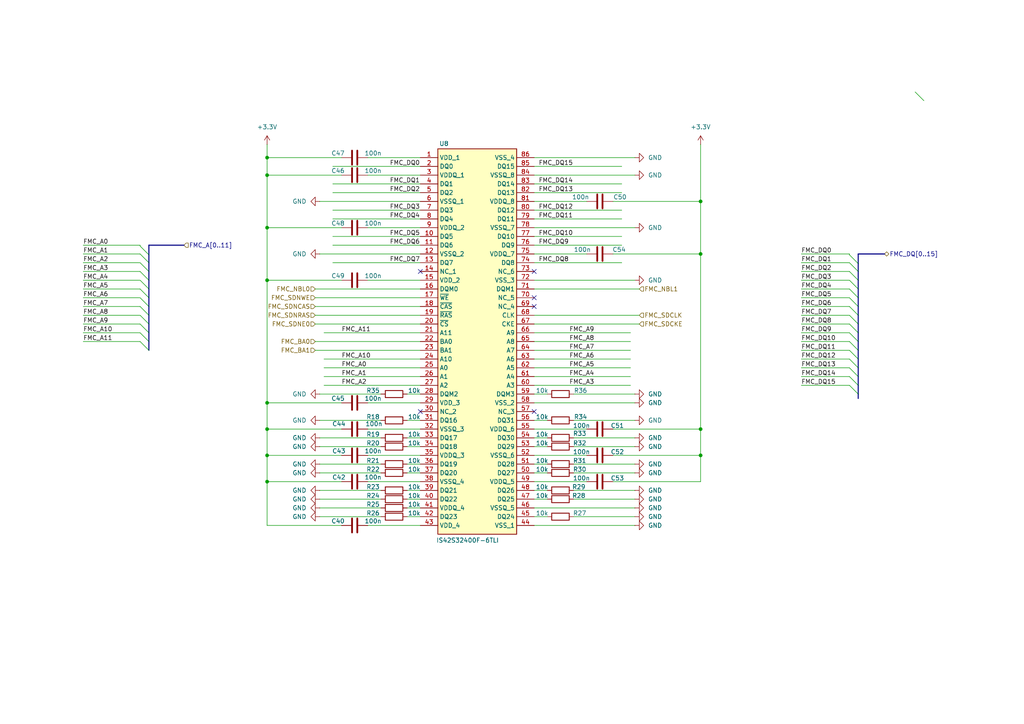
<source format=kicad_sch>
(kicad_sch (version 20231120) (generator "eeschema") (generator_version "8.0")
  (paper "A4")
  (lib_symbols
    (symbol "Device:C" (pin_numbers hide) (pin_names (offset 0.254))
      (property "Reference" "C" (at 0.635 2.54 0))
      (property "Value" "C" (at 0.635 -2.54 0))
      (symbol "C_0_1"
        (polyline (pts (xy -2.032 -0.762) (xy 2.032 -0.762)) (stroke (width 0.508)))
        (polyline (pts (xy -2.032 0.762) (xy 2.032 0.762)) (stroke (width 0.508)))
      )
      (symbol "C_1_1"
        (pin passive line (at 0 3.81 270) (length 2.794) (name "~") (number "1"))
        (pin passive line (at 0 -3.81 90) (length 2.794) (name "~") (number "2"))
      )
    )
    (symbol "Device:R" (pin_numbers hide) (pin_names (offset 0))
      (property "Reference" "R" (at 2.032 0 90))
      (property "Value" "R" (at 0 0 90))
      (symbol "R_0_1"
        (rectangle (start -1.016 -2.54) (end 1.016 2.54) (stroke (width 0.254)))
      )
      (symbol "R_1_1"
        (pin passive line (at 0 3.81 270) (length 1.27) (name "~") (number "1"))
        (pin passive line (at 0 -3.81 90) (length 1.27) (name "~") (number "2"))
      )
    )
    (symbol "UniversalRemoteControllerLibary:IS42S32400F-6TLI"
      (property "Reference" "U" (at 29.21 7.62 0))
      (property "Value" "IS42S32400F-6TLI" (at 29.21 5.08 0))
      (property "OrderCode" "870-IS42S32400F-6TLI" (at 0 0 0))
      (property "Distributor" "Mouser" (at 0 0 0))
      (symbol "IS42S32400F-6TLI_1_1"
        (rectangle (start 5.08 2.54) (end 27.94 -109.22) (stroke (width 0.254)) (fill (type background)))
        (pin passive line (at 0 0 0) (length 5.08) (name "VDD_1") (number "1"))
        (pin passive line (at 0 -22.86 0) (length 5.08) (name "DQ5") (number "10"))
        (pin passive line (at 0 -25.4 0) (length 5.08) (name "DQ6") (number "11"))
        (pin passive line (at 0 -27.94 0) (length 5.08) (name "VSSQ_2") (number "12"))
        (pin passive line (at 0 -30.48 0) (length 5.08) (name "DQ7") (number "13"))
        (pin passive line (at 0 -33.02 0) (length 5.08) (name "NC_1") (number "14"))
        (pin passive line (at 0 -35.56 0) (length 5.08) (name "VDD_2") (number "15"))
        (pin passive line (at 0 -38.1 0) (length 5.08) (name "DQM0") (number "16"))
        (pin passive line (at 0 -40.64 0) (length 5.08) (name "~{WE}") (number "17"))
        (pin passive line (at 0 -43.18 0) (length 5.08) (name "~{CAS}") (number "18"))
        (pin passive line (at 0 -45.72 0) (length 5.08) (name "~{RAS}") (number "19"))
        (pin passive line (at 0 -2.54 0) (length 5.08) (name "DQ0") (number "2"))
        (pin passive line (at 0 -48.26 0) (length 5.08) (name "~{CS}") (number "20"))
        (pin passive line (at 0 -50.8 0) (length 5.08) (name "A11") (number "21"))
        (pin passive line (at 0 -53.34 0) (length 5.08) (name "BA0") (number "22"))
        (pin passive line (at 0 -55.88 0) (length 5.08) (name "BA1") (number "23"))
        (pin passive line (at 0 -58.42 0) (length 5.08) (name "A10") (number "24"))
        (pin passive line (at 0 -60.96 0) (length 5.08) (name "A0") (number "25"))
        (pin passive line (at 0 -63.5 0) (length 5.08) (name "A1") (number "26"))
        (pin passive line (at 0 -66.04 0) (length 5.08) (name "A2") (number "27"))
        (pin passive line (at 0 -68.58 0) (length 5.08) (name "DQM2") (number "28"))
        (pin passive line (at 0 -71.12 0) (length 5.08) (name "VDD_3") (number "29"))
        (pin passive line (at 0 -5.08 0) (length 5.08) (name "VDDQ_1") (number "3"))
        (pin passive line (at 0 -73.66 0) (length 5.08) (name "NC_2") (number "30"))
        (pin passive line (at 0 -76.2 0) (length 5.08) (name "DQ16") (number "31"))
        (pin passive line (at 0 -78.74 0) (length 5.08) (name "VSSQ_3") (number "32"))
        (pin passive line (at 0 -81.28 0) (length 5.08) (name "DQ17") (number "33"))
        (pin passive line (at 0 -83.82 0) (length 5.08) (name "DQ18") (number "34"))
        (pin passive line (at 0 -86.36 0) (length 5.08) (name "VDDQ_3") (number "35"))
        (pin passive line (at 0 -88.9 0) (length 5.08) (name "DQ19") (number "36"))
        (pin passive line (at 0 -91.44 0) (length 5.08) (name "DQ20") (number "37"))
        (pin passive line (at 0 -93.98 0) (length 5.08) (name "VSSQ_4") (number "38"))
        (pin passive line (at 0 -96.52 0) (length 5.08) (name "DQ21") (number "39"))
        (pin passive line (at 0 -7.62 0) (length 5.08) (name "DQ1") (number "4"))
        (pin passive line (at 0 -99.06 0) (length 5.08) (name "DQ22") (number "40"))
        (pin passive line (at 0 -101.6 0) (length 5.08) (name "VDDQ_4") (number "41"))
        (pin passive line (at 0 -104.14 0) (length 5.08) (name "DQ23") (number "42"))
        (pin passive line (at 0 -106.68 0) (length 5.08) (name "VDD_4") (number "43"))
        (pin passive line (at 33.02 -106.68 180) (length 5.08) (name "VSS_1") (number "44"))
        (pin passive line (at 33.02 -104.14 180) (length 5.08) (name "DQ24") (number "45"))
        (pin passive line (at 33.02 -101.6 180) (length 5.08) (name "VSSQ_5") (number "46"))
        (pin passive line (at 33.02 -99.06 180) (length 5.08) (name "DQ25") (number "47"))
        (pin passive line (at 33.02 -96.52 180) (length 5.08) (name "DQ26") (number "48"))
        (pin passive line (at 33.02 -93.98 180) (length 5.08) (name "VDDQ_5") (number "49"))
        (pin passive line (at 0 -10.16 0) (length 5.08) (name "DQ2") (number "5"))
        (pin passive line (at 33.02 -91.44 180) (length 5.08) (name "DQ27") (number "50"))
        (pin passive line (at 33.02 -88.9 180) (length 5.08) (name "DQ28") (number "51"))
        (pin passive line (at 33.02 -86.36 180) (length 5.08) (name "VSSQ_6") (number "52"))
        (pin passive line (at 33.02 -83.82 180) (length 5.08) (name "DQ29") (number "53"))
        (pin passive line (at 33.02 -81.28 180) (length 5.08) (name "DQ30") (number "54"))
        (pin passive line (at 33.02 -78.74 180) (length 5.08) (name "VDDQ_6") (number "55"))
        (pin passive line (at 33.02 -76.2 180) (length 5.08) (name "DQ31") (number "56"))
        (pin passive line (at 33.02 -73.66 180) (length 5.08) (name "NC_3") (number "57"))
        (pin passive line (at 33.02 -71.12 180) (length 5.08) (name "VSS_2") (number "58"))
        (pin passive line (at 33.02 -68.58 180) (length 5.08) (name "DQM3") (number "59"))
        (pin passive line (at 0 -12.7 0) (length 5.08) (name "VSSQ_1") (number "6"))
        (pin passive line (at 33.02 -66.04 180) (length 5.08) (name "A3") (number "60"))
        (pin passive line (at 33.02 -63.5 180) (length 5.08) (name "A4") (number "61"))
        (pin passive line (at 33.02 -60.96 180) (length 5.08) (name "A5") (number "62"))
        (pin passive line (at 33.02 -58.42 180) (length 5.08) (name "A6") (number "63"))
        (pin passive line (at 33.02 -55.88 180) (length 5.08) (name "A7") (number "64"))
        (pin passive line (at 33.02 -53.34 180) (length 5.08) (name "A8") (number "65"))
        (pin passive line (at 33.02 -50.8 180) (length 5.08) (name "A9") (number "66"))
        (pin passive line (at 33.02 -48.26 180) (length 5.08) (name "CKE") (number "67"))
        (pin passive line (at 33.02 -45.72 180) (length 5.08) (name "CLK") (number "68"))
        (pin passive line (at 33.02 -43.18 180) (length 5.08) (name "NC_4") (number "69"))
        (pin passive line (at 0 -15.24 0) (length 5.08) (name "DQ3") (number "7"))
        (pin passive line (at 33.02 -40.64 180) (length 5.08) (name "NC_5") (number "70"))
        (pin passive line (at 33.02 -38.1 180) (length 5.08) (name "DQM1") (number "71"))
        (pin passive line (at 33.02 -35.56 180) (length 5.08) (name "VSS_3") (number "72"))
        (pin passive line (at 33.02 -33.02 180) (length 5.08) (name "NC_6") (number "73"))
        (pin passive line (at 33.02 -30.48 180) (length 5.08) (name "DQ8") (number "74"))
        (pin passive line (at 33.02 -27.94 180) (length 5.08) (name "VDDQ_7") (number "75"))
        (pin passive line (at 33.02 -25.4 180) (length 5.08) (name "DQ9") (number "76"))
        (pin passive line (at 33.02 -22.86 180) (length 5.08) (name "DQ10") (number "77"))
        (pin passive line (at 33.02 -20.32 180) (length 5.08) (name "VSSQ_7") (number "78"))
        (pin passive line (at 33.02 -17.78 180) (length 5.08) (name "DQ11") (number "79"))
        (pin passive line (at 0 -17.78 0) (length 5.08) (name "DQ4") (number "8"))
        (pin passive line (at 33.02 -15.24 180) (length 5.08) (name "DQ12") (number "80"))
        (pin passive line (at 33.02 -12.7 180) (length 5.08) (name "VDDQ_8") (number "81"))
        (pin passive line (at 33.02 -10.16 180) (length 5.08) (name "DQ13") (number "82"))
        (pin passive line (at 33.02 -7.62 180) (length 5.08) (name "DQ14") (number "83"))
        (pin passive line (at 33.02 -5.08 180) (length 5.08) (name "VSSQ_8") (number "84"))
        (pin passive line (at 33.02 -2.54 180) (length 5.08) (name "DQ15") (number "85"))
        (pin passive line (at 33.02 0 180) (length 5.08) (name "VSS_4") (number "86"))
        (pin passive line (at 0 -20.32 0) (length 5.08) (name "VDDQ_2") (number "9"))
      )
    )
    (symbol "power:+3.3V" (power) (pin_numbers hide) (pin_names (offset 0) hide)
      (property "Value" "+3.3V" (at 0 3.556 0))
      (symbol "+3.3V_0_1"
        (polyline (pts (xy -0.762 1.27) (xy 0 2.54)))
        (polyline (pts (xy 0 0) (xy 0 2.54)))
        (polyline (pts (xy 0 2.54) (xy 0.762 1.27)))
      )
      (symbol "+3.3V_1_1"
        (pin power_in line (at 0 0 90) (length 0) (name "~") (number "1"))
      )
    )
    (symbol "power:GND" (power) (pin_numbers hide) (pin_names (offset 0) hide)
      (property "Value" "GND" (at 0 -3.81 0))
      (symbol "GND_0_1"
        (polyline (pts (xy 0 0) (xy 0 -1.27) (xy 1.27 -1.27) (xy 0 -2.54) (xy -1.27 -1.27) (xy 0 -1.27)))
      )
      (symbol "GND_1_1"
        (pin power_in line (at 0 0 270) (length 0) (name "~") (number "1"))
      )
    )
  )
  (junction (at 203.2 58.42))
  (junction (at 203.2 124.46))
  (junction (at 77.47 50.8))
  (junction (at 77.47 45.72))
  (junction (at 77.47 81.28))
  (junction (at 77.47 116.84))
  (junction (at 77.47 139.7))
  (junction (at 203.2 73.66))
  (junction (at 77.47 66.04))
  (junction (at 77.47 124.46))
  (junction (at 77.47 132.08))
  (junction (at 203.2 132.08))
  (no_connect (at 154.94 86.36))
  (no_connect (at 154.94 78.74))
  (no_connect (at 121.92 78.74))
  (no_connect (at 121.92 119.38))
  (no_connect (at 154.94 88.9))
  (no_connect (at 154.94 119.38))
  (bus_entry (at 43.18 78.74) (size -2.54 -2.54))
  (bus_entry (at 248.92 101.6) (size -2.54 -2.54))
  (bus_entry (at 43.18 81.28) (size -2.54 -2.54))
  (bus_entry (at 43.18 101.6) (size -2.54 -2.54))
  (bus_entry (at 248.92 88.9) (size -2.54 -2.54))
  (bus_entry (at 248.92 76.454) (size -2.54 -2.54))
  (bus_entry (at 248.92 106.68) (size -2.54 -2.54))
  (bus_entry (at 248.92 83.82) (size -2.54 -2.54))
  (bus_entry (at 43.18 76.2) (size -2.54 -2.54))
  (bus_entry (at 43.18 99.06) (size -2.54 -2.54))
  (bus_entry (at 248.92 78.74) (size -2.54 -2.54))
  (bus_entry (at 43.18 88.9) (size -2.54 -2.54))
  (bus_entry (at 248.92 99.06) (size -2.54 -2.54))
  (bus_entry (at 248.92 96.52) (size -2.54 -2.54))
  (bus_entry (at 43.18 73.914) (size -2.54 -2.54))
  (bus_entry (at 248.92 91.44) (size -2.54 -2.54))
  (bus_entry (at 43.18 91.44) (size -2.54 -2.54))
  (bus_entry (at 43.18 86.36) (size -2.54 -2.54))
  (bus_entry (at 248.92 81.28) (size -2.54 -2.54))
  (bus_entry (at 248.92 104.14) (size -2.54 -2.54))
  (bus_entry (at 248.92 114.3) (size -2.54 -2.54))
  (bus_entry (at 248.92 93.98) (size -2.54 -2.54))
  (bus_entry (at 265.43 26.67) (size 2.54 2.54))
  (bus_entry (at 43.18 83.82) (size -2.54 -2.54))
  (bus_entry (at 43.18 93.98) (size -2.54 -2.54))
  (bus_entry (at 248.92 86.36) (size -2.54 -2.54))
  (bus_entry (at 248.92 109.22) (size -2.54 -2.54))
  (bus_entry (at 248.92 111.76) (size -2.54 -2.54))
  (bus_entry (at 43.18 96.52) (size -2.54 -2.54))
  (wire (pts (xy 92.71 137.16) (xy 110.49 137.16)))
  (wire (pts (xy 106.68 132.08) (xy 121.92 132.08)))
  (wire (pts (xy 96.52 60.96) (xy 121.92 60.96)))
  (wire (pts (xy 77.47 66.04) (xy 99.06 66.04)))
  (wire (pts (xy 232.41 99.06) (xy 246.38 99.06)))
  (wire (pts (xy 232.41 86.36) (xy 246.38 86.36)))
  (wire (pts (xy 246.38 73.914) (xy 246.38 73.66)))
  (bus (pts (xy 248.92 104.14) (xy 248.92 106.68)))
  (bus (pts (xy 248.92 93.98) (xy 248.92 96.52)))
  (wire (pts (xy 91.44 91.44) (xy 121.92 91.44)))
  (bus (pts (xy 248.92 96.52) (xy 248.92 99.06)))
  (wire (pts (xy 170.18 58.42) (xy 154.94 58.42)))
  (bus (pts (xy 43.18 81.28) (xy 43.18 83.82)))
  (bus (pts (xy 248.92 83.82) (xy 248.92 86.36)))
  (wire (pts (xy 184.15 129.54) (xy 166.37 129.54)))
  (wire (pts (xy 96.52 55.88) (xy 121.92 55.88)))
  (wire (pts (xy 24.13 78.74) (xy 40.64 78.74)))
  (wire (pts (xy 106.68 139.7) (xy 121.92 139.7)))
  (wire (pts (xy 77.47 116.84) (xy 99.06 116.84)))
  (bus (pts (xy 43.18 93.98) (xy 43.18 96.52)))
  (bus (pts (xy 43.18 73.914) (xy 43.18 76.2)))
  (wire (pts (xy 232.41 111.76) (xy 246.38 111.76)))
  (wire (pts (xy 154.94 71.12) (xy 180.34 71.12)))
  (wire (pts (xy 154.94 106.68) (xy 182.88 106.68)))
  (bus (pts (xy 43.18 86.36) (xy 43.18 88.9)))
  (bus (pts (xy 248.92 109.22) (xy 248.92 111.76)))
  (wire (pts (xy 118.11 137.16) (xy 121.92 137.16)))
  (wire (pts (xy 177.8 58.42) (xy 203.2 58.42)))
  (wire (pts (xy 77.47 81.28) (xy 77.47 66.04)))
  (wire (pts (xy 77.47 50.8) (xy 99.06 50.8)))
  (bus (pts (xy 248.92 73.66) (xy 248.92 76.454)))
  (wire (pts (xy 77.47 81.28) (xy 99.06 81.28)))
  (wire (pts (xy 232.41 96.52) (xy 246.38 96.52)))
  (wire (pts (xy 158.75 137.16) (xy 154.94 137.16)))
  (bus (pts (xy 248.92 111.76) (xy 248.92 114.3)))
  (wire (pts (xy 92.71 147.32) (xy 110.49 147.32)))
  (wire (pts (xy 203.2 132.08) (xy 203.2 124.46)))
  (wire (pts (xy 158.75 149.86) (xy 154.94 149.86)))
  (wire (pts (xy 170.18 124.46) (xy 154.94 124.46)))
  (wire (pts (xy 93.98 106.68) (xy 121.92 106.68)))
  (wire (pts (xy 77.47 152.4) (xy 99.06 152.4)))
  (wire (pts (xy 77.47 139.7) (xy 77.47 132.08)))
  (wire (pts (xy 96.52 68.58) (xy 121.92 68.58)))
  (wire (pts (xy 24.13 88.9) (xy 40.64 88.9)))
  (wire (pts (xy 92.71 73.66) (xy 121.92 73.66)))
  (wire (pts (xy 77.47 124.46) (xy 77.47 116.84)))
  (wire (pts (xy 92.71 58.42) (xy 121.92 58.42)))
  (wire (pts (xy 177.8 73.66) (xy 203.2 73.66)))
  (wire (pts (xy 93.98 96.52) (xy 121.92 96.52)))
  (wire (pts (xy 96.52 63.5) (xy 121.92 63.5)))
  (wire (pts (xy 92.71 114.3) (xy 110.49 114.3)))
  (wire (pts (xy 158.75 121.92) (xy 154.94 121.92)))
  (wire (pts (xy 96.52 76.2) (xy 121.92 76.2)))
  (wire (pts (xy 93.98 109.22) (xy 121.92 109.22)))
  (wire (pts (xy 232.41 78.74) (xy 246.38 78.74)))
  (wire (pts (xy 118.11 147.32) (xy 121.92 147.32)))
  (wire (pts (xy 24.13 81.28) (xy 40.64 81.28)))
  (wire (pts (xy 232.41 76.2) (xy 246.38 76.2)))
  (wire (pts (xy 232.41 109.22) (xy 246.38 109.22)))
  (wire (pts (xy 106.68 66.04) (xy 121.92 66.04)))
  (wire (pts (xy 24.13 76.2) (xy 40.64 76.2)))
  (wire (pts (xy 118.11 144.78) (xy 121.92 144.78)))
  (wire (pts (xy 158.75 134.62) (xy 154.94 134.62)))
  (wire (pts (xy 184.15 149.86) (xy 166.37 149.86)))
  (wire (pts (xy 177.8 139.7) (xy 203.2 139.7)))
  (wire (pts (xy 96.52 48.26) (xy 121.92 48.26)))
  (bus (pts (xy 43.18 71.12) (xy 43.18 73.914)))
  (wire (pts (xy 91.44 88.9) (xy 121.92 88.9)))
  (wire (pts (xy 118.11 142.24) (xy 121.92 142.24)))
  (bus (pts (xy 248.92 99.06) (xy 248.92 101.6)))
  (wire (pts (xy 92.71 142.24) (xy 110.49 142.24)))
  (wire (pts (xy 106.68 81.28) (xy 121.92 81.28)))
  (wire (pts (xy 77.47 152.4) (xy 77.47 139.7)))
  (wire (pts (xy 77.47 45.72) (xy 77.47 41.91)))
  (wire (pts (xy 184.15 137.16) (xy 166.37 137.16)))
  (bus (pts (xy 248.92 86.36) (xy 248.92 88.9)))
  (wire (pts (xy 24.13 83.82) (xy 40.64 83.82)))
  (wire (pts (xy 92.71 127) (xy 110.49 127)))
  (bus (pts (xy 256.54 73.66) (xy 248.92 73.66)))
  (wire (pts (xy 77.47 139.7) (xy 99.06 139.7)))
  (wire (pts (xy 154.94 68.58) (xy 180.34 68.58)))
  (wire (pts (xy 118.11 129.54) (xy 121.92 129.54)))
  (wire (pts (xy 203.2 73.66) (xy 203.2 58.42)))
  (wire (pts (xy 158.75 127) (xy 154.94 127)))
  (wire (pts (xy 184.15 127) (xy 166.37 127)))
  (wire (pts (xy 203.2 139.7) (xy 203.2 132.08)))
  (wire (pts (xy 170.18 73.66) (xy 154.94 73.66)))
  (wire (pts (xy 154.94 116.84) (xy 184.15 116.84)))
  (wire (pts (xy 118.11 127) (xy 121.92 127)))
  (wire (pts (xy 92.71 129.54) (xy 110.49 129.54)))
  (wire (pts (xy 118.11 134.62) (xy 121.92 134.62)))
  (wire (pts (xy 106.68 50.8) (xy 121.92 50.8)))
  (bus (pts (xy 248.92 78.74) (xy 248.92 81.28)))
  (wire (pts (xy 106.68 152.4) (xy 121.92 152.4)))
  (wire (pts (xy 232.41 93.98) (xy 246.38 93.98)))
  (wire (pts (xy 154.94 152.4) (xy 184.15 152.4)))
  (wire (pts (xy 154.94 53.34) (xy 180.34 53.34)))
  (wire (pts (xy 232.41 73.66) (xy 246.38 73.66)))
  (wire (pts (xy 203.2 124.46) (xy 203.2 73.66)))
  (bus (pts (xy 43.18 83.82) (xy 43.18 86.36)))
  (wire (pts (xy 158.75 114.3) (xy 154.94 114.3)))
  (wire (pts (xy 154.94 93.98) (xy 185.42 93.98)))
  (wire (pts (xy 92.71 144.78) (xy 110.49 144.78)))
  (wire (pts (xy 77.47 132.08) (xy 99.06 132.08)))
  (wire (pts (xy 232.41 106.68) (xy 246.38 106.68)))
  (wire (pts (xy 91.44 93.98) (xy 121.92 93.98)))
  (wire (pts (xy 24.13 73.66) (xy 40.64 73.66)))
  (wire (pts (xy 24.13 71.12) (xy 40.64 71.12)))
  (bus (pts (xy 43.18 78.74) (xy 43.18 81.28)))
  (bus (pts (xy 248.92 76.454) (xy 248.92 78.74)))
  (wire (pts (xy 154.94 45.72) (xy 184.15 45.72)))
  (wire (pts (xy 24.13 96.52) (xy 40.64 96.52)))
  (wire (pts (xy 154.94 55.88) (xy 180.34 55.88)))
  (wire (pts (xy 93.98 104.14) (xy 121.92 104.14)))
  (wire (pts (xy 77.47 45.72) (xy 77.47 50.8)))
  (bus (pts (xy 43.18 88.9) (xy 43.18 91.44)))
  (wire (pts (xy 154.94 147.32) (xy 184.15 147.32)))
  (bus (pts (xy 248.92 88.9) (xy 248.92 91.44)))
  (wire (pts (xy 91.44 101.6) (xy 121.92 101.6)))
  (wire (pts (xy 96.52 71.12) (xy 121.92 71.12)))
  (wire (pts (xy 77.47 116.84) (xy 77.47 81.28)))
  (wire (pts (xy 40.64 71.374) (xy 40.64 71.12)))
  (bus (pts (xy 248.92 81.28) (xy 248.92 83.82)))
  (wire (pts (xy 77.47 124.46) (xy 99.06 124.46)))
  (wire (pts (xy 203.2 58.42) (xy 203.2 41.91)))
  (bus (pts (xy 43.18 96.52) (xy 43.18 99.06)))
  (bus (pts (xy 43.18 99.06) (xy 43.18 101.6)))
  (wire (pts (xy 154.94 109.22) (xy 182.88 109.22)))
  (wire (pts (xy 154.94 96.52) (xy 182.88 96.52)))
  (wire (pts (xy 154.94 50.8) (xy 184.15 50.8)))
  (wire (pts (xy 177.8 132.08) (xy 203.2 132.08)))
  (wire (pts (xy 158.75 129.54) (xy 154.94 129.54)))
  (wire (pts (xy 154.94 81.28) (xy 184.15 81.28)))
  (wire (pts (xy 118.11 149.86) (xy 121.92 149.86)))
  (wire (pts (xy 184.15 134.62) (xy 166.37 134.62)))
  (wire (pts (xy 77.47 132.08) (xy 77.47 124.46)))
  (wire (pts (xy 154.94 99.06) (xy 182.88 99.06)))
  (wire (pts (xy 154.94 111.76) (xy 182.88 111.76)))
  (wire (pts (xy 170.18 139.7) (xy 154.94 139.7)))
  (wire (pts (xy 106.68 116.84) (xy 121.92 116.84)))
  (wire (pts (xy 184.15 121.92) (xy 166.37 121.92)))
  (wire (pts (xy 96.52 53.34) (xy 121.92 53.34)))
  (wire (pts (xy 154.94 60.96) (xy 180.34 60.96)))
  (bus (pts (xy 248.92 114.3) (xy 248.92 115.57)))
  (bus (pts (xy 248.92 91.44) (xy 248.92 93.98)))
  (wire (pts (xy 92.71 134.62) (xy 110.49 134.62)))
  (wire (pts (xy 154.94 83.82) (xy 185.42 83.82)))
  (wire (pts (xy 184.15 114.3) (xy 166.37 114.3)))
  (wire (pts (xy 154.94 76.2) (xy 180.34 76.2)))
  (wire (pts (xy 232.41 91.44) (xy 246.38 91.44)))
  (bus (pts (xy 43.18 71.12) (xy 53.34 71.12)))
  (wire (pts (xy 232.41 101.6) (xy 246.38 101.6)))
  (wire (pts (xy 158.75 144.78) (xy 154.94 144.78)))
  (wire (pts (xy 24.13 93.98) (xy 40.64 93.98)))
  (wire (pts (xy 184.15 144.78) (xy 166.37 144.78)))
  (wire (pts (xy 24.13 91.44) (xy 40.64 91.44)))
  (wire (pts (xy 154.94 66.04) (xy 184.15 66.04)))
  (wire (pts (xy 91.44 86.36) (xy 121.92 86.36)))
  (wire (pts (xy 77.47 50.8) (xy 77.47 66.04)))
  (bus (pts (xy 248.92 101.6) (xy 248.92 104.14)))
  (wire (pts (xy 91.44 99.06) (xy 121.92 99.06)))
  (wire (pts (xy 177.8 124.46) (xy 203.2 124.46)))
  (wire (pts (xy 170.18 132.08) (xy 154.94 132.08)))
  (wire (pts (xy 106.68 45.72) (xy 121.92 45.72)))
  (wire (pts (xy 154.94 101.6) (xy 182.88 101.6)))
  (wire (pts (xy 92.71 121.92) (xy 110.49 121.92)))
  (wire (pts (xy 232.41 88.9) (xy 246.38 88.9)))
  (wire (pts (xy 24.13 86.36) (xy 40.64 86.36)))
  (wire (pts (xy 106.68 124.46) (xy 121.92 124.46)))
  (wire (pts (xy 24.13 99.06) (xy 40.64 99.06)))
  (wire (pts (xy 92.71 149.86) (xy 110.49 149.86)))
  (wire (pts (xy 154.94 48.26) (xy 180.34 48.26)))
  (wire (pts (xy 118.11 121.92) (xy 121.92 121.92)))
  (wire (pts (xy 232.41 83.82) (xy 246.38 83.82)))
  (wire (pts (xy 77.47 45.72) (xy 99.06 45.72)))
  (wire (pts (xy 91.44 83.82) (xy 121.92 83.82)))
  (bus (pts (xy 43.18 91.44) (xy 43.18 93.98)))
  (wire (pts (xy 232.41 104.14) (xy 246.38 104.14)))
  (wire (pts (xy 154.94 91.44) (xy 185.42 91.44)))
  (bus (pts (xy 248.92 106.68) (xy 248.92 109.22)))
  (wire (pts (xy 154.94 63.5) (xy 180.34 63.5)))
  (wire (pts (xy 184.15 142.24) (xy 166.37 142.24)))
  (wire (pts (xy 158.75 142.24) (xy 154.94 142.24)))
  (wire (pts (xy 93.98 111.76) (xy 121.92 111.76)))
  (wire (pts (xy 118.11 114.3) (xy 121.92 114.3)))
  (wire (pts (xy 154.94 104.14) (xy 182.88 104.14)))
  (wire (pts (xy 232.41 81.28) (xy 246.38 81.28)))
  (bus (pts (xy 43.18 76.2) (xy 43.18 78.74)))
  (label "FMC_A5" (at 165.1 106.68 0))
  (label "FMC_DQ0" (at 113.03 48.26 0))
  (label "FMC_A8" (at 165.1 99.06 0))
  (label "FMC_A0" (at 24.13 71.12 0))
  (label "FMC_A11" (at 24.13 99.06 0))
  (label "FMC_DQ15" (at 232.41 111.76 0))
  (label "FMC_A11" (at 99.06 96.52 0))
  (label "FMC_DQ7" (at 232.41 91.44 0))
  (label "FMC_DQ2" (at 113.03 55.88 0))
  (label "FMC_DQ15" (at 156.21 48.26 0))
  (label "FMC_A1" (at 24.13 73.66 0))
  (label "FMC_DQ14" (at 232.41 109.22 0))
  (label "FMC_A8" (at 24.13 91.44 0))
  (label "FMC_DQ10" (at 156.21 68.58 0))
  (label "FMC_DQ1" (at 113.03 53.34 0))
  (label "FMC_A9" (at 165.1 96.52 0))
  (label "FMC_DQ6" (at 232.41 88.9 0))
  (label "FMC_DQ8" (at 156.21 76.2 0))
  (label "FMC_A9" (at 24.13 93.98 0))
  (label "FMC_A6" (at 165.1 104.14 0))
  (label "FMC_A5" (at 24.13 83.82 0))
  (label "FMC_DQ9" (at 232.41 96.52 0))
  (label "FMC_DQ0" (at 232.41 73.66 0))
  (label "FMC_DQ5" (at 113.03 68.58 0))
  (label "FMC_DQ5" (at 232.41 86.36 0))
  (label "FMC_A2" (at 24.13 76.2 0))
  (label "FMC_DQ1" (at 232.41 76.2 0))
  (label "FMC_DQ14" (at 156.21 53.34 0))
  (label "FMC_DQ11" (at 156.21 63.5 0))
  (label "FMC_A6" (at 24.13 86.36 0))
  (label "FMC_DQ9" (at 156.21 71.12 0))
  (label "FMC_DQ4" (at 113.03 63.5 0))
  (label "FMC_DQ3" (at 113.03 60.96 0))
  (label "FMC_DQ3" (at 232.41 81.28 0))
  (label "FMC_A10" (at 99.06 104.14 0))
  (label "FMC_A4" (at 24.13 81.28 0))
  (label "FMC_DQ8" (at 232.41 93.98 0))
  (label "FMC_DQ6" (at 113.03 71.12 0))
  (label "FMC_A7" (at 24.13 88.9 0))
  (label "FMC_DQ12" (at 156.21 60.96 0))
  (label "FMC_DQ12" (at 232.41 104.14 0))
  (label "FMC_DQ13" (at 156.21 55.88 0))
  (label "FMC_A3" (at 165.1 111.76 0))
  (label "FMC_A4" (at 165.1 109.22 0))
  (label "FMC_A1" (at 99.06 109.22 0))
  (label "FMC_DQ2" (at 232.41 78.74 0))
  (label "FMC_A10" (at 24.13 96.52 0))
  (label "FMC_A0" (at 99.06 106.68 0))
  (label "FMC_DQ11" (at 232.41 101.6 0))
  (label "FMC_A2" (at 99.06 111.76 0))
  (label "FMC_A7" (at 165.1 101.6 0))
  (label "FMC_A3" (at 24.13 78.74 0))
  (label "FMC_DQ13" (at 232.41 106.68 0))
  (label "FMC_DQ10" (at 232.41 99.06 0))
  (label "FMC_DQ4" (at 232.41 83.82 0))
  (label "FMC_DQ7" (at 113.03 76.2 0))
  (hierarchical_label "FMC_SDNCAS" (shape input) (at 91.44 88.9 180))
  (hierarchical_label "FMC_BA0" (shape input) (at 91.44 99.06 180))
  (hierarchical_label "FMC_DQ[0..15]" (shape bidirectional) (at 256.54 73.66 0))
  (hierarchical_label "FMC_NBL1" (shape input) (at 185.42 83.82 0))
  (hierarchical_label "FMC_SDNWE" (shape input) (at 91.44 86.36 180))
  (hierarchical_label "FMC_SDCKE" (shape input) (at 185.42 93.98 0))
  (hierarchical_label "FMC_BA1" (shape input) (at 91.44 101.6 180))
  (hierarchical_label "FMC_SDNRAS" (shape input) (at 91.44 91.44 180))
  (hierarchical_label "FMC_NBL0" (shape input) (at 91.44 83.82 180))
  (hierarchical_label "FMC_A[0..11]" (shape input) (at 53.34 71.12 0))
  (hierarchical_label "FMC_SDCLK" (shape input) (at 185.42 91.44 0))
  (hierarchical_label "FMC_SDNE0" (shape input) (at 91.44 93.98 180))
  (symbol (lib_id "Device:R") (at 162.56 149.86 270) (unit 1)
    (property "Reference" "R27" (at 168.148 148.844 90))
    (property "Value" "10k" (at 157.226 148.844 90))
    (property "Footprint" "Capacitor_SMD:C_0402_1005Metric" (effects (hide yes)))
    (property "Description" "Resistor" (effects (hide yes)))
  )
  (symbol (lib_id "Device:R") (at 162.56 121.92 270) (unit 1)
    (property "Reference" "R34" (at 168.402 120.904 90))
    (property "Value" "10k" (at 157.226 120.904 90))
    (property "Footprint" "Capacitor_SMD:C_0402_1005Metric" (effects (hide yes)))
    (property "Description" "Resistor" (effects (hide yes)))
  )
  (symbol (lib_id "power:GND") (at 184.15 134.62 90) (unit 1)
    (property "Reference" "#PWR091" (effects (hide yes)))
    (property "Value" "GND" (at 187.96 134.6201 90) (effects (justify right)))
    (property "Description" "Power symbol creates a global label with name \"GND\" , ground" (effects (hide yes)))
  )
  (symbol (lib_id "Device:C") (at 173.99 58.42 270) (unit 1)
    (property "Reference" "C50" (at 179.832 57.15 90))
    (property "Value" "100n" (at 168.402 57.15 90))
    (property "Footprint" "Capacitor_SMD:C_0402_1005Metric" (effects (hide yes)))
    (property "Description" "Unpolarized capacitor" (effects (hide yes)))
  )
  (symbol (lib_id "Device:R") (at 114.3 144.78 90) (unit 1)
    (property "Reference" "R24" (at 108.204 143.764 90))
    (property "Value" "10k" (at 120.142 143.764 90))
    (property "Footprint" "Capacitor_SMD:C_0402_1005Metric" (effects (hide yes)))
    (property "Description" "Resistor" (effects (hide yes)))
  )
  (symbol (lib_id "power:GND") (at 92.71 114.3 270) (unit 1)
    (property "Reference" "#PWR0118" (effects (hide yes)))
    (property "Value" "GND" (at 88.9 114.2999 90) (effects (justify right)))
    (property "Description" "Power symbol creates a global label with name \"GND\" , ground" (effects (hide yes)))
  )
  (symbol (lib_id "Device:R") (at 114.3 114.3 90) (unit 1)
    (property "Reference" "R35" (at 108.204 113.284 90))
    (property "Value" "10k" (at 120.142 113.284 90))
    (property "Footprint" "Capacitor_SMD:C_0402_1005Metric" (effects (hide yes)))
    (property "Description" "Resistor" (effects (hide yes)))
  )
  (symbol (lib_id "power:GND") (at 184.15 147.32 90) (unit 1)
    (property "Reference" "#PWR0109" (effects (hide yes)))
    (property "Value" "GND" (at 187.96 147.3201 90) (effects (justify right)))
    (property "Description" "Power symbol creates a global label with name \"GND\" , ground" (effects (hide yes)))
  )
  (symbol (lib_id "power:GND") (at 92.71 149.86 270) (unit 1)
    (property "Reference" "#PWR086" (effects (hide yes)))
    (property "Value" "GND" (at 88.9 149.8599 90) (effects (justify right)))
    (property "Description" "Power symbol creates a global label with name \"GND\" , ground" (effects (hide yes)))
  )
  (symbol (lib_id "power:GND") (at 184.15 45.72 90) (unit 1)
    (property "Reference" "#PWR0113" (effects (hide yes)))
    (property "Value" "GND" (at 187.96 45.7201 90) (effects (justify right)))
    (property "Description" "Power symbol creates a global label with name \"GND\" , ground" (effects (hide yes)))
  )
  (symbol (lib_id "Device:C") (at 102.87 45.72 90) (unit 1)
    (property "Reference" "C47" (at 98.044 44.45 90))
    (property "Value" "100n" (at 108.204 44.45 90))
    (property "Footprint" "Capacitor_SMD:C_0402_1005Metric" (effects (hide yes)))
    (property "Description" "Unpolarized capacitor" (effects (hide yes)))
  )
  (symbol (lib_id "Device:C") (at 173.99 73.66 270) (unit 1)
    (property "Reference" "C54" (at 179.578 72.39 90))
    (property "Value" "100n" (at 168.91 72.39 90))
    (property "Footprint" "Capacitor_SMD:C_0402_1005Metric" (effects (hide yes)))
    (property "Description" "Unpolarized capacitor" (effects (hide yes)))
  )
  (symbol (lib_id "power:GND") (at 92.71 147.32 270) (unit 1)
    (property "Reference" "#PWR085" (effects (hide yes)))
    (property "Value" "GND" (at 88.9 147.3199 90) (effects (justify right)))
    (property "Description" "Power symbol creates a global label with name \"GND\" , ground" (effects (hide yes)))
  )
  (symbol (lib_id "Device:C") (at 102.87 116.84 90) (unit 1)
    (property "Reference" "C45" (at 98.044 115.57 90))
    (property "Value" "100n" (at 108.204 115.57 90))
    (property "Footprint" "Capacitor_SMD:C_0402_1005Metric" (effects (hide yes)))
    (property "Description" "Unpolarized capacitor" (effects (hide yes)))
  )
  (symbol (lib_id "power:GND") (at 92.71 137.16 270) (unit 1)
    (property "Reference" "#PWR082" (effects (hide yes)))
    (property "Value" "GND" (at 88.9 137.1599 90) (effects (justify right)))
    (property "Description" "Power symbol creates a global label with name \"GND\" , ground" (effects (hide yes)))
  )
  (symbol (lib_id "power:GND") (at 92.71 129.54 270) (unit 1)
    (property "Reference" "#PWR071" (effects (hide yes)))
    (property "Value" "GND" (at 88.9 129.5399 90) (effects (justify right)))
    (property "Description" "Power symbol creates a global label with name \"GND\" , ground" (effects (hide yes)))
  )
  (symbol (lib_id "Device:R") (at 114.3 121.92 90) (unit 1)
    (property "Reference" "R18" (at 108.204 120.904 90))
    (property "Value" "10k" (at 120.142 120.904 90))
    (property "Footprint" "Capacitor_SMD:C_0402_1005Metric" (effects (hide yes)))
    (property "Description" "Resistor" (effects (hide yes)))
  )
  (symbol (lib_id "power:GND") (at 184.15 142.24 90) (unit 1)
    (property "Reference" "#PWR089" (effects (hide yes)))
    (property "Value" "GND" (at 187.96 142.2401 90) (effects (justify right)))
    (property "Description" "Power symbol creates a global label with name \"GND\" , ground" (effects (hide yes)))
  )
  (symbol (lib_id "Device:R") (at 114.3 142.24 90) (unit 1)
    (property "Reference" "R23" (at 108.204 141.224 90))
    (property "Value" "10k" (at 120.142 141.224 90))
    (property "Footprint" "Capacitor_SMD:C_0402_1005Metric" (effects (hide yes)))
    (property "Description" "Resistor" (effects (hide yes)))
  )
  (symbol (lib_id "power:GND") (at 184.15 116.84 90) (unit 1)
    (property "Reference" "#PWR0110" (effects (hide yes)))
    (property "Value" "GND" (at 187.96 116.8401 90) (effects (justify right)))
    (property "Description" "Power symbol creates a global label with name \"GND\" , ground" (effects (hide yes)))
  )
  (symbol (lib_id "Device:C") (at 102.87 66.04 90) (unit 1)
    (property "Reference" "C48" (at 98.044 64.77 90))
    (property "Value" "100n" (at 108.204 64.77 90))
    (property "Footprint" "Capacitor_SMD:C_0402_1005Metric" (effects (hide yes)))
    (property "Description" "Unpolarized capacitor" (effects (hide yes)))
  )
  (symbol (lib_id "power:GND") (at 184.15 149.86 90) (unit 1)
    (property "Reference" "#PWR087" (effects (hide yes)))
    (property "Value" "GND" (at 187.96 149.8601 90) (effects (justify right)))
    (property "Description" "Power symbol creates a global label with name \"GND\" , ground" (effects (hide yes)))
  )
  (symbol (lib_id "UniversalRemoteControllerLibary:IS42S32400F-6TLI") (at 121.92 45.72 0) (unit 1)
    (property "Reference" "U8" (at 128.778 41.656 0))
    (property "Value" "IS42S32400F-6TLI" (at 135.636 156.718 0))
    (property "Footprint" "UniversalRemoteControllerLibrary:SOP50P1176X120-86N" (effects (hide yes)))
    (property "Datasheet" "https://datasheet.lcsc.com/szlcsc/Integrated-Silicon-Solution-ISSI-IS42S32400F-6TLI_C108951.pdf" (effects (hide yes)))
    (property "Description" "DRAM" (effects (hide yes)))
    (property "Height" "1.2" (effects (hide yes)))
    (property "Mouser Part Number" "870-IS42S32400F-6TLI" (effects (hide yes)))
    (property "Mouser Price/Stock" "https://www.mouser.co.uk/ProductDetail/ISSI/IS42S32400F-6TLI?qs=DfG0HhEx1UX87RX5O6vvtg%3D%3D" (effects (hide yes)))
    (property "Manufacturer_Name" "Integrated Silicon Solution Inc." (effects (hide yes)))
    (property "Manufacturer_Part_Number" "IS42S32400F-6TLI" (effects (hide yes)))
    (property "OrderCode" "870-IS42S32400F-6TLI" (effects (hide yes)))
    (property "Distributor" "Mouser" (effects (hide yes)))
  )
  (symbol (lib_id "power:GND") (at 184.15 121.92 90) (unit 1)
    (property "Reference" "#PWR094" (effects (hide yes)))
    (property "Value" "GND" (at 187.96 121.9201 90) (effects (justify right)))
    (property "Description" "Power symbol creates a global label with name \"GND\" , ground" (effects (hide yes)))
  )
  (symbol (lib_id "power:GND") (at 184.15 127 90) (unit 1)
    (property "Reference" "#PWR093" (effects (hide yes)))
    (property "Value" "GND" (at 187.96 127.0001 90) (effects (justify right)))
    (property "Description" "Power symbol creates a global label with name \"GND\" , ground" (effects (hide yes)))
  )
  (symbol (lib_id "power:GND") (at 92.71 73.66 270) (unit 1)
    (property "Reference" "#PWR0116" (effects (hide yes)))
    (property "Value" "GND" (at 88.9 73.6599 90) (effects (justify right)))
    (property "Description" "Power symbol creates a global label with name \"GND\" , ground" (effects (hide yes)))
  )
  (symbol (lib_id "power:GND") (at 184.15 50.8 90) (unit 1)
    (property "Reference" "#PWR0112" (effects (hide yes)))
    (property "Value" "GND" (at 187.96 50.8001 90) (effects (justify right)))
    (property "Description" "Power symbol creates a global label with name \"GND\" , ground" (effects (hide yes)))
  )
  (symbol (lib_id "Device:C") (at 102.87 139.7 90) (unit 1)
    (property "Reference" "C42" (at 98.298 138.43 90))
    (property "Value" "100n" (at 108.204 138.43 90))
    (property "Footprint" "Capacitor_SMD:C_0402_1005Metric" (effects (hide yes)))
    (property "Description" "Unpolarized capacitor" (effects (hide yes)))
  )
  (symbol (lib_id "power:GND") (at 184.15 114.3 90) (unit 1)
    (property "Reference" "#PWR0119" (effects (hide yes)))
    (property "Value" "GND" (at 187.96 114.3001 90) (effects (justify right)))
    (property "Description" "Power symbol creates a global label with name \"GND\" , ground" (effects (hide yes)))
  )
  (symbol (lib_id "Device:R") (at 162.56 134.62 270) (unit 1)
    (property "Reference" "R31" (at 168.148 133.604 90))
    (property "Value" "10k" (at 157.226 133.604 90))
    (property "Footprint" "Capacitor_SMD:C_0402_1005Metric" (effects (hide yes)))
    (property "Description" "Resistor" (effects (hide yes)))
  )
  (symbol (lib_id "power:+3.3V") (at 203.2 41.91 0) (unit 1)
    (property "Reference" "#PWR041" (effects (hide yes)))
    (property "Value" "+3.3V" (at 203.2 36.83 0))
    (property "Description" "Power symbol creates a global label with name \"+3.3V\"" (effects (hide yes)))
  )
  (symbol (lib_id "power:GND") (at 92.71 121.92 270) (unit 1)
    (property "Reference" "#PWR068" (effects (hide yes)))
    (property "Value" "GND" (at 88.9 121.9199 90) (effects (justify right)))
    (property "Description" "Power symbol creates a global label with name \"GND\" , ground" (effects (hide yes)))
  )
  (symbol (lib_id "power:GND") (at 184.15 81.28 90) (unit 1)
    (property "Reference" "#PWR0115" (effects (hide yes)))
    (property "Value" "GND" (at 187.96 81.2801 90) (effects (justify right)))
    (property "Description" "Power symbol creates a global label with name \"GND\" , ground" (effects (hide yes)))
  )
  (symbol (lib_id "Device:C") (at 173.99 132.08 270) (unit 1)
    (property "Reference" "C52" (at 179.07 131.064 90))
    (property "Value" "100n" (at 168.656 131.064 90))
    (property "Footprint" "Capacitor_SMD:C_0402_1005Metric" (effects (hide yes)))
    (property "Description" "Unpolarized capacitor" (effects (hide yes)))
  )
  (symbol (lib_id "power:GND") (at 92.71 142.24 270) (unit 1)
    (property "Reference" "#PWR083" (effects (hide yes)))
    (property "Value" "GND" (at 88.9 142.2399 90) (effects (justify right)))
    (property "Description" "Power symbol creates a global label with name \"GND\" , ground" (effects (hide yes)))
  )
  (symbol (lib_id "Device:C") (at 102.87 132.08 90) (unit 1)
    (property "Reference" "C43" (at 98.298 130.81 90))
    (property "Value" "100n" (at 108.204 130.81 90))
    (property "Footprint" "Capacitor_SMD:C_0402_1005Metric" (effects (hide yes)))
    (property "Description" "Unpolarized capacitor" (effects (hide yes)))
  )
  (symbol (lib_id "Device:R") (at 114.3 134.62 90) (unit 1)
    (property "Reference" "R21" (at 108.204 133.604 90))
    (property "Value" "10k" (at 120.142 133.604 90))
    (property "Footprint" "Capacitor_SMD:C_0402_1005Metric" (effects (hide yes)))
    (property "Description" "Resistor" (effects (hide yes)))
  )
  (symbol (lib_id "Device:C") (at 173.99 139.7 270) (unit 1)
    (property "Reference" "C53" (at 179.07 138.684 90))
    (property "Value" "100n" (at 168.656 138.684 90))
    (property "Footprint" "Capacitor_SMD:C_0402_1005Metric" (effects (hide yes)))
    (property "Description" "Unpolarized capacitor" (effects (hide yes)))
  )
  (symbol (lib_id "Device:R") (at 162.56 144.78 270) (unit 1)
    (property "Reference" "R28" (at 167.894 143.764 90))
    (property "Value" "10k" (at 157.226 143.764 90))
    (property "Footprint" "Capacitor_SMD:C_0402_1005Metric" (effects (hide yes)))
    (property "Description" "Resistor" (effects (hide yes)))
  )
  (symbol (lib_id "Device:R") (at 114.3 147.32 90) (unit 1)
    (property "Reference" "R25" (at 108.204 146.304 90))
    (property "Value" "10k" (at 120.142 146.304 90))
    (property "Footprint" "Capacitor_SMD:C_0402_1005Metric" (effects (hide yes)))
    (property "Description" "Resistor" (effects (hide yes)))
  )
  (symbol (lib_id "Device:C") (at 102.87 124.46 90) (unit 1)
    (property "Reference" "C44" (at 98.298 122.936 90))
    (property "Value" "100n" (at 108.458 122.936 90))
    (property "Footprint" "Capacitor_SMD:C_0402_1005Metric" (effects (hide yes)))
    (property "Description" "Unpolarized capacitor" (effects (hide yes)))
  )
  (symbol (lib_id "Device:R") (at 114.3 149.86 90) (unit 1)
    (property "Reference" "R26" (at 108.204 148.844 90))
    (property "Value" "10k" (at 120.142 148.844 90))
    (property "Footprint" "Capacitor_SMD:C_0402_1005Metric" (effects (hide yes)))
    (property "Description" "Resistor" (effects (hide yes)))
  )
  (symbol (lib_id "power:+3.3V") (at 77.47 41.91 0) (unit 1)
    (property "Reference" "#PWR095" (effects (hide yes)))
    (property "Value" "+3.3V" (at 77.47 36.83 0))
    (property "Description" "Power symbol creates a global label with name \"+3.3V\"" (effects (hide yes)))
  )
  (symbol (lib_id "Device:R") (at 162.56 137.16 270) (unit 1)
    (property "Reference" "R30" (at 168.148 136.144 90))
    (property "Value" "10k" (at 157.226 136.144 90))
    (property "Footprint" "Capacitor_SMD:C_0402_1005Metric" (effects (hide yes)))
    (property "Description" "Resistor" (effects (hide yes)))
  )
  (symbol (lib_id "power:GND") (at 184.15 129.54 90) (unit 1)
    (property "Reference" "#PWR092" (effects (hide yes)))
    (property "Value" "GND" (at 187.96 129.5401 90) (effects (justify right)))
    (property "Description" "Power symbol creates a global label with name \"GND\" , ground" (effects (hide yes)))
  )
  (symbol (lib_id "Device:R") (at 162.56 114.3 270) (unit 1)
    (property "Reference" "R36" (at 168.402 113.284 90))
    (property "Value" "10k" (at 157.226 113.284 90))
    (property "Footprint" "Capacitor_SMD:C_0402_1005Metric" (effects (hide yes)))
    (property "Description" "Resistor" (effects (hide yes)))
  )
  (symbol (lib_id "power:GND") (at 184.15 137.16 90) (unit 1)
    (property "Reference" "#PWR090" (effects (hide yes)))
    (property "Value" "GND" (at 187.96 137.1601 90) (effects (justify right)))
    (property "Description" "Power symbol creates a global label with name \"GND\" , ground" (effects (hide yes)))
  )
  (symbol (lib_id "Device:C") (at 173.99 124.46 270) (unit 1)
    (property "Reference" "C51" (at 179.07 123.444 90))
    (property "Value" "100n" (at 168.656 123.444 90))
    (property "Footprint" "Capacitor_SMD:C_0402_1005Metric" (effects (hide yes)))
    (property "Description" "Unpolarized capacitor" (effects (hide yes)))
  )
  (symbol (lib_id "Device:R") (at 114.3 137.16 90) (unit 1)
    (property "Reference" "R22" (at 108.204 136.144 90))
    (property "Value" "10k" (at 120.142 136.144 90))
    (property "Footprint" "Capacitor_SMD:C_0402_1005Metric" (effects (hide yes)))
    (property "Description" "Resistor" (effects (hide yes)))
  )
  (symbol (lib_id "power:GND") (at 184.15 66.04 90) (unit 1)
    (property "Reference" "#PWR0111" (effects (hide yes)))
    (property "Value" "GND" (at 187.96 66.0401 90) (effects (justify right)))
    (property "Description" "Power symbol creates a global label with name \"GND\" , ground" (effects (hide yes)))
  )
  (symbol (lib_id "Device:R") (at 162.56 129.54 270) (unit 1)
    (property "Reference" "R32" (at 168.148 128.524 90))
    (property "Value" "10k" (at 157.226 128.524 90))
    (property "Footprint" "Capacitor_SMD:C_0402_1005Metric" (effects (hide yes)))
    (property "Description" "Resistor" (effects (hide yes)))
  )
  (symbol (lib_id "power:GND") (at 184.15 144.78 90) (unit 1)
    (property "Reference" "#PWR088" (effects (hide yes)))
    (property "Value" "GND" (at 187.96 144.7801 90) (effects (justify right)))
    (property "Description" "Power symbol creates a global label with name \"GND\" , ground" (effects (hide yes)))
  )
  (symbol (lib_id "power:GND") (at 92.71 134.62 270) (unit 1)
    (property "Reference" "#PWR081" (effects (hide yes)))
    (property "Value" "GND" (at 88.9 134.6199 90) (effects (justify right)))
    (property "Description" "Power symbol creates a global label with name \"GND\" , ground" (effects (hide yes)))
  )
  (symbol (lib_id "Device:R") (at 114.3 127 90) (unit 1)
    (property "Reference" "R19" (at 108.204 125.984 90))
    (property "Value" "10k" (at 120.142 125.984 90))
    (property "Footprint" "Capacitor_SMD:C_0402_1005Metric" (effects (hide yes)))
    (property "Description" "Resistor" (effects (hide yes)))
  )
  (symbol (lib_id "power:GND") (at 92.71 127 270) (unit 1)
    (property "Reference" "#PWR070" (effects (hide yes)))
    (property "Value" "GND" (at 88.9 126.9999 90) (effects (justify right)))
    (property "Description" "Power symbol creates a global label with name \"GND\" , ground" (effects (hide yes)))
  )
  (symbol (lib_id "Device:C") (at 102.87 81.28 90) (unit 1)
    (property "Reference" "C49" (at 98.044 80.01 90))
    (property "Value" "100n" (at 108.204 80.01 90))
    (property "Footprint" "Capacitor_SMD:C_0402_1005Metric" (effects (hide yes)))
    (property "Description" "Unpolarized capacitor" (effects (hide yes)))
  )
  (symbol (lib_id "Device:R") (at 162.56 142.24 270) (unit 1)
    (property "Reference" "R29" (at 167.894 141.224 90))
    (property "Value" "10k" (at 157.226 141.224 90))
    (property "Footprint" "Capacitor_SMD:C_0402_1005Metric" (effects (hide yes)))
    (property "Description" "Resistor" (effects (hide yes)))
  )
  (symbol (lib_id "power:GND") (at 184.15 152.4 90) (unit 1)
    (property "Reference" "#PWR0108" (effects (hide yes)))
    (property "Value" "GND" (at 187.96 152.4001 90) (effects (justify right)))
    (property "Description" "Power symbol creates a global label with name \"GND\" , ground" (effects (hide yes)))
  )
  (symbol (lib_id "Device:C") (at 102.87 152.4 90) (unit 1)
    (property "Reference" "C40" (at 98.044 151.13 90))
    (property "Value" "100n" (at 108.204 151.13 90))
    (property "Footprint" "Capacitor_SMD:C_0402_1005Metric" (effects (hide yes)))
    (property "Description" "Unpolarized capacitor" (effects (hide yes)))
  )
  (symbol (lib_id "power:GND") (at 92.71 58.42 270) (unit 1)
    (property "Reference" "#PWR0117" (effects (hide yes)))
    (property "Value" "GND" (at 88.9 58.4199 90) (effects (justify right)))
    (property "Description" "Power symbol creates a global label with name \"GND\" , ground" (effects (hide yes)))
  )
  (symbol (lib_id "Device:R") (at 162.56 127 270) (unit 1)
    (property "Reference" "R33" (at 168.148 125.73 90))
    (property "Value" "10k" (at 157.226 125.984 90))
    (property "Footprint" "Capacitor_SMD:C_0402_1005Metric" (effects (hide yes)))
    (property "Description" "Resistor" (effects (hide yes)))
  )
  (symbol (lib_id "Device:R") (at 114.3 129.54 90) (unit 1)
    (property "Reference" "R20" (at 108.204 128.524 90))
    (property "Value" "10k" (at 120.142 128.524 90))
    (property "Footprint" "Capacitor_SMD:C_0402_1005Metric" (effects (hide yes)))
    (property "Description" "Resistor" (effects (hide yes)))
  )
  (symbol (lib_id "power:GND") (at 92.71 144.78 270) (unit 1)
    (property "Reference" "#PWR084" (effects (hide yes)))
    (property "Value" "GND" (at 88.9 144.7799 90) (effects (justify right)))
    (property "Description" "Power symbol creates a global label with name \"GND\" , ground" (effects (hide yes)))
  )
  (symbol (lib_id "Device:C") (at 102.87 50.8 90) (unit 1)
    (property "Reference" "C46" (at 98.044 49.53 90))
    (property "Value" "100n" (at 108.204 49.53 90))
    (property "Footprint" "Capacitor_SMD:C_0402_1005Metric" (effects (hide yes)))
    (property "Description" "Unpolarized capacitor" (effects (hide yes)))
  )
)
</source>
